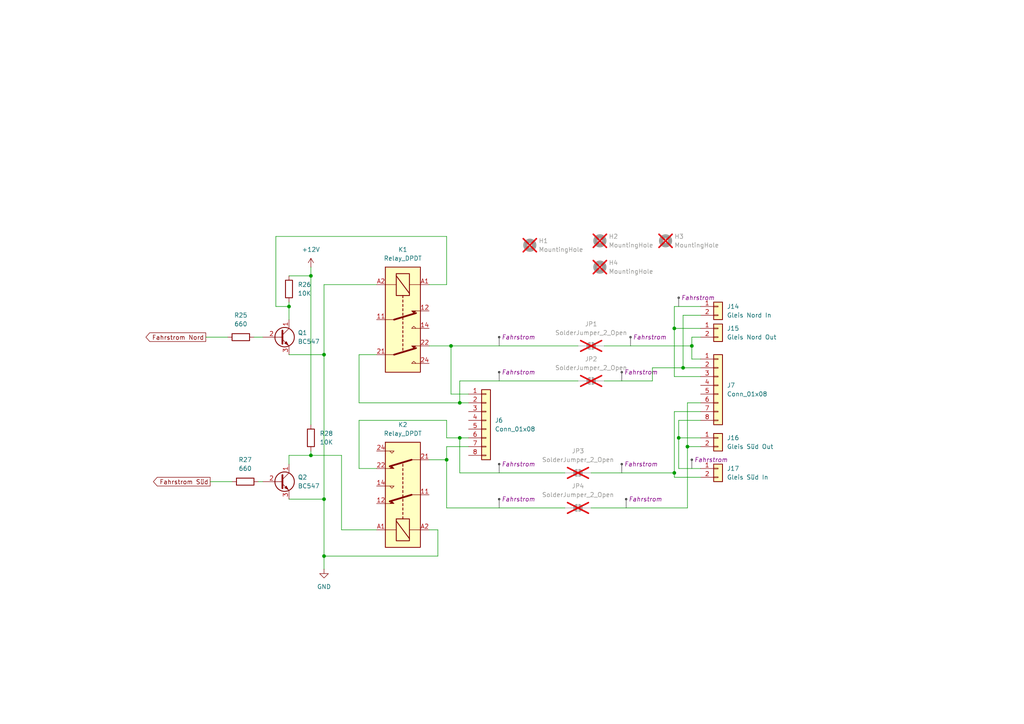
<source format=kicad_sch>
(kicad_sch (version 20231120) (generator "eeschema") (generator_version "8.0")
  (paper "A4")
  (lib_symbols
    (symbol "Connector_Generic:Conn_01x02" (pin_names (offset 1.016) hide)
      (property "Reference" "J" (at 0 2.54 0))
      (property "Value" "Conn_01x02" (at 0 -5.08 0))
      (symbol "Conn_01x02_1_1"
        (rectangle (start -1.27 -2.413) (end 0 -2.667) (stroke (width 0.1524)))
        (rectangle (start -1.27 0.127) (end 0 -0.127) (stroke (width 0.1524)))
        (rectangle (start -1.27 1.27) (end 1.27 -3.81) (stroke (width 0.254)) (fill (type background)))
        (pin passive line (at -5.08 0 0) (length 3.81) (name "Pin_1") (number "1"))
        (pin passive line (at -5.08 -2.54 0) (length 3.81) (name "Pin_2") (number "2"))
      )
    )
    (symbol "Connector_Generic:Conn_01x08" (pin_names (offset 1.016) hide)
      (property "Reference" "J" (at 0 10.16 0))
      (property "Value" "Conn_01x08" (at 0 -12.7 0))
      (symbol "Conn_01x08_1_1"
        (rectangle (start -1.27 -10.033) (end 0 -10.287) (stroke (width 0.1524)))
        (rectangle (start -1.27 -7.493) (end 0 -7.747) (stroke (width 0.1524)))
        (rectangle (start -1.27 -4.953) (end 0 -5.207) (stroke (width 0.1524)))
        (rectangle (start -1.27 -2.413) (end 0 -2.667) (stroke (width 0.1524)))
        (rectangle (start -1.27 0.127) (end 0 -0.127) (stroke (width 0.1524)))
        (rectangle (start -1.27 2.667) (end 0 2.413) (stroke (width 0.1524)))
        (rectangle (start -1.27 5.207) (end 0 4.953) (stroke (width 0.1524)))
        (rectangle (start -1.27 7.747) (end 0 7.493) (stroke (width 0.1524)))
        (rectangle (start -1.27 8.89) (end 1.27 -11.43) (stroke (width 0.254)) (fill (type background)))
        (pin passive line (at -5.08 7.62 0) (length 3.81) (name "Pin_1") (number "1"))
        (pin passive line (at -5.08 5.08 0) (length 3.81) (name "Pin_2") (number "2"))
        (pin passive line (at -5.08 2.54 0) (length 3.81) (name "Pin_3") (number "3"))
        (pin passive line (at -5.08 0 0) (length 3.81) (name "Pin_4") (number "4"))
        (pin passive line (at -5.08 -2.54 0) (length 3.81) (name "Pin_5") (number "5"))
        (pin passive line (at -5.08 -5.08 0) (length 3.81) (name "Pin_6") (number "6"))
        (pin passive line (at -5.08 -7.62 0) (length 3.81) (name "Pin_7") (number "7"))
        (pin passive line (at -5.08 -10.16 0) (length 3.81) (name "Pin_8") (number "8"))
      )
    )
    (symbol "Device:R" (pin_numbers hide) (pin_names (offset 0))
      (property "Reference" "R" (at 2.032 0 90))
      (property "Value" "R" (at 0 0 90))
      (symbol "R_0_1"
        (rectangle (start -1.016 -2.54) (end 1.016 2.54) (stroke (width 0.254)))
      )
      (symbol "R_1_1"
        (pin passive line (at 0 3.81 270) (length 1.27) (name "~") (number "1"))
        (pin passive line (at 0 -3.81 90) (length 1.27) (name "~") (number "2"))
      )
    )
    (symbol "Jumper:SolderJumper_2_Open" (pin_numbers hide) (pin_names (offset 0) hide) (exclude_from_sim yes) (in_bom no)
      (property "Reference" "JP" (at 0 2.032 0))
      (property "Value" "SolderJumper_2_Open" (at 0 -2.54 0))
      (symbol "SolderJumper_2_Open_0_1"
        (arc (start -0.254 1.016) (mid -1.2656 0) (end -0.254 -1.016))
        (arc (start -0.254 1.016) (mid -1.2656 0) (end -0.254 -1.016) (fill (type outline)))
        (polyline (pts (xy -0.254 1.016) (xy -0.254 -1.016)))
        (polyline (pts (xy 0.254 1.016) (xy 0.254 -1.016)))
        (arc (start 0.254 -1.016) (mid 1.2656 0) (end 0.254 1.016))
        (arc (start 0.254 -1.016) (mid 1.2656 0) (end 0.254 1.016) (fill (type outline)))
      )
      (symbol "SolderJumper_2_Open_1_1"
        (pin passive line (at -3.81 0 0) (length 2.54) (name "A") (number "1"))
        (pin passive line (at 3.81 0 180) (length 2.54) (name "B") (number "2"))
      )
    )
    (symbol "Mechanical:MountingHole" (pin_names (offset 1.016)) (exclude_from_sim yes) (in_bom no)
      (property "Reference" "H" (at 0 5.08 0))
      (property "Value" "MountingHole" (at 0 3.175 0))
      (symbol "MountingHole_0_1"
        (circle (center 0 0) (radius 1.27) (stroke (width 1.27)))
      )
    )
    (symbol "Relay:Relay_DPDT"
      (property "Reference" "K" (at 16.51 3.81 0))
      (property "Value" "Relay_DPDT" (at 16.51 1.27 0))
      (symbol "Relay_DPDT_0_1"
        (rectangle (start -15.24 5.08) (end 15.24 -5.08) (stroke (width 0.254)) (fill (type background)))
        (rectangle (start -13.335 1.905) (end -6.985 -1.905) (stroke (width 0.254)))
        (polyline (pts (xy -12.7 -1.905) (xy -7.62 1.905)) (stroke (width 0.254)))
        (polyline (pts (xy -10.16 -5.08) (xy -10.16 -1.905)))
        (polyline (pts (xy -10.16 5.08) (xy -10.16 1.905)))
        (polyline (pts (xy -6.985 0) (xy -6.35 0)) (stroke (width 0.254)))
        (polyline (pts (xy -5.715 0) (xy -5.08 0)) (stroke (width 0.254)))
        (polyline (pts (xy -4.445 0) (xy -3.81 0)) (stroke (width 0.254)))
        (polyline (pts (xy -3.175 0) (xy -2.54 0)) (stroke (width 0.254)))
        (polyline (pts (xy -1.905 0) (xy -1.27 0)) (stroke (width 0.254)))
        (polyline (pts (xy -0.635 0) (xy 0 0)) (stroke (width 0.254)))
        (polyline (pts (xy 0 -2.54) (xy -1.905 3.81)) (stroke (width 0.508)))
        (polyline (pts (xy 0 -2.54) (xy 0 -5.08)))
        (polyline (pts (xy 0.635 0) (xy 1.27 0)) (stroke (width 0.254)))
        (polyline (pts (xy 1.905 0) (xy 2.54 0)) (stroke (width 0.254)))
        (polyline (pts (xy 3.175 0) (xy 3.81 0)) (stroke (width 0.254)))
        (polyline (pts (xy 4.445 0) (xy 5.08 0)) (stroke (width 0.254)))
        (polyline (pts (xy 5.715 0) (xy 6.35 0)) (stroke (width 0.254)))
        (polyline (pts (xy 6.985 0) (xy 7.62 0)) (stroke (width 0.254)))
        (polyline (pts (xy 8.255 0) (xy 8.89 0)) (stroke (width 0.254)))
        (polyline (pts (xy 10.16 -2.54) (xy 8.255 3.81)) (stroke (width 0.508)))
        (polyline (pts (xy 10.16 -2.54) (xy 10.16 -5.08)))
        (polyline (pts (xy -2.54 5.08) (xy -2.54 2.54) (xy -1.905 3.175) (xy -2.54 3.81)) (fill (type outline)))
        (polyline (pts (xy 2.54 5.08) (xy 2.54 2.54) (xy 1.905 3.175) (xy 2.54 3.81)))
        (polyline (pts (xy 7.62 5.08) (xy 7.62 2.54) (xy 8.255 3.175) (xy 7.62 3.81)) (fill (type outline)))
        (polyline (pts (xy 12.7 5.08) (xy 12.7 2.54) (xy 12.065 3.175) (xy 12.7 3.81)))
      )
      (symbol "Relay_DPDT_1_1"
        (pin passive line (at 0 -7.62 90) (length 2.54) (name "~") (number "11"))
        (pin passive line (at -2.54 7.62 270) (length 2.54) (name "~") (number "12"))
        (pin passive line (at 2.54 7.62 270) (length 2.54) (name "~") (number "14"))
        (pin passive line (at 10.16 -7.62 90) (length 2.54) (name "~") (number "21"))
        (pin passive line (at 7.62 7.62 270) (length 2.54) (name "~") (number "22"))
        (pin passive line (at 12.7 7.62 270) (length 2.54) (name "~") (number "24"))
        (pin passive line (at -10.16 7.62 270) (length 2.54) (name "~") (number "A1"))
        (pin passive line (at -10.16 -7.62 90) (length 2.54) (name "~") (number "A2"))
      )
    )
    (symbol "Transistor_BJT:BC547" (pin_names (offset 0) hide)
      (property "Reference" "Q" (at 5.08 1.905 0))
      (property "Value" "BC547" (at 5.08 0 0))
      (symbol "BC547_0_1"
        (polyline (pts (xy 0 0) (xy 0.635 0)))
        (polyline (pts (xy 0.635 0.635) (xy 2.54 2.54)))
        (polyline (pts (xy 0.635 -0.635) (xy 2.54 -2.54) (xy 2.54 -2.54)))
        (polyline (pts (xy 0.635 1.905) (xy 0.635 -1.905) (xy 0.635 -1.905)) (stroke (width 0.508)))
        (polyline (pts (xy 1.27 -1.778) (xy 1.778 -1.27) (xy 2.286 -2.286) (xy 1.27 -1.778) (xy 1.27 -1.778)) (fill (type outline)))
        (circle (center 1.27 0) (radius 2.8194) (stroke (width 0.254)))
      )
      (symbol "BC547_1_1"
        (pin passive line (at 2.54 5.08 270) (length 2.54) (name "C") (number "1"))
        (pin input line (at -5.08 0 0) (length 5.08) (name "B") (number "2"))
        (pin passive line (at 2.54 -5.08 90) (length 2.54) (name "E") (number "3"))
      )
    )
    (symbol "power:+12V" (power) (pin_numbers hide) (pin_names (offset 0) hide)
      (property "Value" "+12V" (at 0 3.556 0))
      (symbol "+12V_0_1"
        (polyline (pts (xy -0.762 1.27) (xy 0 2.54)))
        (polyline (pts (xy 0 0) (xy 0 2.54)))
        (polyline (pts (xy 0 2.54) (xy 0.762 1.27)))
      )
      (symbol "+12V_1_1"
        (pin power_in line (at 0 0 90) (length 0) (name "~") (number "1"))
      )
    )
    (symbol "power:GND" (power) (pin_numbers hide) (pin_names (offset 0) hide)
      (property "Value" "GND" (at 0 -3.81 0))
      (symbol "GND_0_1"
        (polyline (pts (xy 0 0) (xy 0 -1.27) (xy 1.27 -1.27) (xy 0 -2.54) (xy -1.27 -1.27) (xy 0 -1.27)))
      )
      (symbol "GND_1_1"
        (pin power_in line (at 0 0 270) (length 0) (name "~") (number "1"))
      )
    )
  )
  (junction (at 129.54 133.35))
  (junction (at 90.17 80.01))
  (junction (at 199.39 129.54))
  (junction (at 93.98 144.78))
  (junction (at 133.35 127))
  (junction (at 195.58 137.16))
  (junction (at 90.17 132.08))
  (junction (at 83.82 88.9))
  (junction (at 93.98 102.87))
  (junction (at 196.85 127))
  (junction (at 130.81 100.33))
  (junction (at 93.98 161.29))
  (junction (at 133.35 116.84))
  (junction (at 200.66 100.33))
  (junction (at 198.12 106.68))
  (junction (at 195.58 95.25))
  (wire (pts (xy 195.58 119.38) (xy 203.2 119.38)))
  (wire (pts (xy 163.83 147.32) (xy 129.54 147.32)))
  (wire (pts (xy 163.83 137.16) (xy 133.35 137.16)))
  (wire (pts (xy 90.17 80.01) (xy 90.17 123.19)))
  (wire (pts (xy 200.66 100.33) (xy 200.66 97.79)))
  (wire (pts (xy 90.17 77.47) (xy 90.17 80.01)))
  (wire (pts (xy 175.26 110.49) (xy 189.23 110.49)))
  (wire (pts (xy 83.82 132.08) (xy 83.82 134.62)))
  (wire (pts (xy 60.96 139.7) (xy 67.31 139.7)))
  (wire (pts (xy 203.2 138.43) (xy 195.58 138.43)))
  (wire (pts (xy 59.69 97.79) (xy 66.04 97.79)))
  (wire (pts (xy 99.06 153.67) (xy 99.06 132.08)))
  (wire (pts (xy 93.98 144.78) (xy 93.98 161.29)))
  (wire (pts (xy 74.93 139.7) (xy 76.2 139.7)))
  (wire (pts (xy 135.89 114.3) (xy 130.81 114.3)))
  (wire (pts (xy 133.35 127) (xy 135.89 127)))
  (wire (pts (xy 124.46 82.55) (xy 129.54 82.55)))
  (wire (pts (xy 175.26 100.33) (xy 200.66 100.33)))
  (wire (pts (xy 109.22 153.67) (xy 99.06 153.67)))
  (wire (pts (xy 129.54 127) (xy 133.35 127)))
  (wire (pts (xy 93.98 161.29) (xy 127 161.29)))
  (wire (pts (xy 135.89 129.54) (xy 129.54 129.54)))
  (wire (pts (xy 83.82 144.78) (xy 93.98 144.78)))
  (wire (pts (xy 130.81 100.33) (xy 167.64 100.33)))
  (wire (pts (xy 109.22 135.89) (xy 104.14 135.89)))
  (wire (pts (xy 199.39 116.84) (xy 199.39 129.54)))
  (wire (pts (xy 167.64 110.49) (xy 133.35 110.49)))
  (wire (pts (xy 104.14 121.92) (xy 129.54 121.92)))
  (wire (pts (xy 195.58 95.25) (xy 203.2 95.25)))
  (wire (pts (xy 133.35 137.16) (xy 133.35 127)))
  (wire (pts (xy 196.85 127) (xy 196.85 121.92)))
  (wire (pts (xy 195.58 88.9) (xy 203.2 88.9)))
  (wire (pts (xy 129.54 129.54) (xy 129.54 133.35)))
  (wire (pts (xy 124.46 153.67) (xy 127 153.67)))
  (wire (pts (xy 80.01 68.58) (xy 80.01 88.9)))
  (wire (pts (xy 189.23 110.49) (xy 189.23 106.68)))
  (wire (pts (xy 83.82 88.9) (xy 83.82 92.71)))
  (wire (pts (xy 171.45 137.16) (xy 195.58 137.16)))
  (wire (pts (xy 80.01 88.9) (xy 83.82 88.9)))
  (wire (pts (xy 203.2 135.89) (xy 196.85 135.89)))
  (wire (pts (xy 129.54 121.92) (xy 129.54 127)))
  (wire (pts (xy 83.82 102.87) (xy 93.98 102.87)))
  (wire (pts (xy 171.45 147.32) (xy 199.39 147.32)))
  (wire (pts (xy 104.14 116.84) (xy 104.14 102.87)))
  (wire (pts (xy 90.17 130.81) (xy 90.17 132.08)))
  (wire (pts (xy 203.2 109.22) (xy 195.58 109.22)))
  (wire (pts (xy 200.66 97.79) (xy 203.2 97.79)))
  (wire (pts (xy 133.35 116.84) (xy 104.14 116.84)))
  (wire (pts (xy 195.58 138.43) (xy 195.58 137.16)))
  (wire (pts (xy 195.58 109.22) (xy 195.58 95.25)))
  (wire (pts (xy 99.06 132.08) (xy 90.17 132.08)))
  (wire (pts (xy 199.39 129.54) (xy 203.2 129.54)))
  (wire (pts (xy 80.01 68.58) (xy 129.54 68.58)))
  (wire (pts (xy 130.81 100.33) (xy 130.81 114.3)))
  (wire (pts (xy 93.98 161.29) (xy 93.98 165.1)))
  (wire (pts (xy 195.58 88.9) (xy 195.58 95.25)))
  (wire (pts (xy 83.82 132.08) (xy 90.17 132.08)))
  (wire (pts (xy 93.98 82.55) (xy 93.98 102.87)))
  (wire (pts (xy 104.14 135.89) (xy 104.14 121.92)))
  (wire (pts (xy 109.22 82.55) (xy 93.98 82.55)))
  (wire (pts (xy 189.23 106.68) (xy 198.12 106.68)))
  (wire (pts (xy 198.12 91.44) (xy 198.12 106.68)))
  (wire (pts (xy 129.54 147.32) (xy 129.54 133.35)))
  (wire (pts (xy 129.54 133.35) (xy 124.46 133.35)))
  (wire (pts (xy 200.66 104.14) (xy 200.66 100.33)))
  (wire (pts (xy 196.85 121.92) (xy 203.2 121.92)))
  (wire (pts (xy 203.2 91.44) (xy 198.12 91.44)))
  (wire (pts (xy 133.35 110.49) (xy 133.35 116.84)))
  (wire (pts (xy 129.54 82.55) (xy 129.54 68.58)))
  (wire (pts (xy 130.81 100.33) (xy 124.46 100.33)))
  (wire (pts (xy 196.85 127) (xy 203.2 127)))
  (wire (pts (xy 135.89 116.84) (xy 133.35 116.84)))
  (wire (pts (xy 203.2 116.84) (xy 199.39 116.84)))
  (wire (pts (xy 203.2 104.14) (xy 200.66 104.14)))
  (wire (pts (xy 199.39 147.32) (xy 199.39 129.54)))
  (wire (pts (xy 104.14 102.87) (xy 109.22 102.87)))
  (wire (pts (xy 73.66 97.79) (xy 76.2 97.79)))
  (wire (pts (xy 93.98 102.87) (xy 93.98 144.78)))
  (wire (pts (xy 196.85 135.89) (xy 196.85 127)))
  (wire (pts (xy 127 153.67) (xy 127 161.29)))
  (wire (pts (xy 83.82 87.63) (xy 83.82 88.9)))
  (wire (pts (xy 198.12 106.68) (xy 203.2 106.68)))
  (wire (pts (xy 195.58 137.16) (xy 195.58 119.38)))
  (wire (pts (xy 83.82 80.01) (xy 90.17 80.01)))
  (global_label "Fahrstrom Nord" (shape output) (at 59.69 97.79 180) (property "Intersheetrefs" "${INTERSHEET_REFS}" (effects (hide yes))))
  (global_label "Fahrstrom Süd" (shape output) (at 60.96 139.7 180) (property "Intersheetrefs" "${INTERSHEET_REFS}" (effects (hide yes))))
  (netclass_flag "" (length 2.54) (shape dot) (at 144.78 137.16 0) (property "Netclass" "Fahrstrom" (at 145.4785 134.62 0) (effects (font (italic yes)) (justify left))))
  (netclass_flag "" (length 2.54) (shape dot) (at 180.34 110.49 0) (property "Netclass" "Fahrstrom" (at 181.0385 107.95 0) (effects (font (italic yes)) (justify left))))
  (netclass_flag "" (length 2.54) (shape dot) (at 144.78 147.32 0) (property "Netclass" "Fahrstrom" (at 145.4785 144.78 0) (effects (font (italic yes)) (justify left))))
  (netclass_flag "" (length 2.54) (shape dot) (at 144.78 100.33 0) (property "Netclass" "Fahrstrom" (at 145.4785 97.79 0) (effects (font (italic yes)) (justify left))))
  (netclass_flag "" (length 2.54) (shape dot) (at 200.66 135.89 0) (property "Netclass" "Fahrstrom" (at 201.3585 133.35 0) (effects (font (italic yes)) (justify left))))
  (netclass_flag "" (length 2.54) (shape dot) (at 180.34 137.16 0) (property "Netclass" "Fahrstrom" (at 181.0385 134.62 0) (effects (font (italic yes)) (justify left))))
  (netclass_flag "" (length 2.54) (shape dot) (at 182.88 100.33 0) (property "Netclass" "Fahrstrom" (at 183.5785 97.79 0) (effects (font (italic yes)) (justify left))))
  (netclass_flag "" (length 2.54) (shape dot) (at 144.78 110.49 0) (property "Netclass" "Fahrstrom" (at 145.4785 107.95 0) (effects (font (italic yes)) (justify left))))
  (netclass_flag "" (length 2.54) (shape dot) (at 181.61 147.32 0) (property "Netclass" "Fahrstrom" (at 182.3085 144.78 0) (effects (font (italic yes)) (justify left))))
  (netclass_flag "" (length 2.54) (shape dot) (at 196.85 88.9 0) (property "Netclass" "Fahrstrom" (at 197.5485 86.36 0) (effects (font (italic yes)) (justify left))))
  (symbol (lib_id "Relay:Relay_DPDT") (at 116.84 92.71 270) (unit 1)
    (property "Reference" "K1" (at 116.84 72.39 90))
    (property "Value" "Relay_DPDT" (at 116.84 74.93 90))
    (property "Footprint" "Relay_THT:Relay_DPDT_Finder_30.22" (effects (hide yes)))
    (property "Description" "Monostable Relay DPDT, EN50005 " (effects (hide yes)))
    (property "Mouser" "653-G6A234PST15USD12" (effects (hide yes)))
  )
  (symbol (lib_id "Connector_Generic:Conn_01x08") (at 140.97 121.92 0) (unit 1)
    (property "Reference" "J6" (at 143.51 121.9199 0) (effects (justify left)))
    (property "Value" "Conn_01x08" (at 143.51 124.4599 0) (effects (justify left)))
    (property "Footprint" "Connector_PinSocket_2.54mm:PinSocket_1x08_P2.54mm_Vertical" (effects (hide yes)))
    (property "Description" "Generic connector, single row, 01x08, script generated (kicad-library-utils/schlib/autogen/connector/)" (effects (hide yes)))
    (property "Mouser" "571-3-641215-8" (effects (hide yes)))
  )
  (symbol (lib_id "Jumper:SolderJumper_2_Open") (at 171.45 100.33 0) (unit 1) (exclude_from_sim yes) (in_bom no) (dnp yes)
    (property "Reference" "JP1" (at 171.45 93.98 0))
    (property "Value" "SolderJumper_2_Open" (at 171.45 96.52 0))
    (property "Footprint" "Jumper:SolderJumper-2_P1.3mm_Open_TrianglePad1.0x1.5mm" (effects (hide yes)))
    (property "Description" "Solder Jumper, 2-pole, open" (effects (hide yes)))
  )
  (symbol (lib_id "Transistor_BJT:BC547") (at 81.28 97.79 0) (unit 1)
    (property "Reference" "Q1" (at 86.36 96.5199 0) (effects (justify left)))
    (property "Value" "BC547" (at 86.36 99.0599 0) (effects (justify left)))
    (property "Footprint" "Package_TO_SOT_THT:TO-92_Inline" (effects (hide yes)))
    (property "Datasheet" "https://www.onsemi.com/pub/Collateral/BC550-D.pdf" (effects (hide yes)))
    (property "Description" "0.1A Ic, 45V Vce, Small Signal NPN Transistor, TO-92" (effects (hide yes)))
    (property "Mouser" "637-BC547C" (effects (hide yes)))
  )
  (symbol (lib_id "Mechanical:MountingHole") (at 173.99 77.47 0) (unit 1) (exclude_from_sim yes) (in_bom no) (dnp yes)
    (property "Reference" "H4" (at 176.53 76.1999 0) (effects (justify left)))
    (property "Value" "MountingHole" (at 176.53 78.7399 0) (effects (justify left)))
    (property "Footprint" "MountingHole:MountingHole_4.3mm_M4" (effects (hide yes)))
    (property "Description" "Mounting Hole without connection" (effects (hide yes)))
  )
  (symbol (lib_id "Mechanical:MountingHole") (at 153.67 71.12 0) (unit 1) (exclude_from_sim yes) (in_bom no) (dnp yes)
    (property "Reference" "H1" (at 156.21 69.8499 0) (effects (justify left)))
    (property "Value" "MountingHole" (at 156.21 72.3899 0) (effects (justify left)))
    (property "Footprint" "MountingHole:MountingHole_4.3mm_M4" (effects (hide yes)))
    (property "Description" "Mounting Hole without connection" (effects (hide yes)))
  )
  (symbol (lib_id "Connector_Generic:Conn_01x02") (at 208.28 95.25 0) (unit 1)
    (property "Reference" "J15" (at 210.82 95.2499 0) (effects (justify left)))
    (property "Value" "Gleis Nord Out" (at 210.82 97.7899 0) (effects (justify left)))
    (property "Footprint" "Connector_PinSocket_2.54mm:PinSocket_1x02_P2.54mm_Vertical" (effects (hide yes)))
    (property "Description" "Generic connector, single row, 01x02, script generated (kicad-library-utils/schlib/autogen/connector/)" (effects (hide yes)))
    (property "Mouser" "571-6445182" (effects (hide yes)))
  )
  (symbol (lib_id "Connector_Generic:Conn_01x02") (at 208.28 127 0) (unit 1)
    (property "Reference" "J16" (at 210.82 126.9999 0) (effects (justify left)))
    (property "Value" "Gleis Süd Out" (at 210.82 129.5399 0) (effects (justify left)))
    (property "Footprint" "Connector_PinSocket_2.54mm:PinSocket_1x02_P2.54mm_Vertical" (effects (hide yes)))
    (property "Description" "Generic connector, single row, 01x02, script generated (kicad-library-utils/schlib/autogen/connector/)" (effects (hide yes)))
    (property "Mouser" "571-6445182" (effects (hide yes)))
  )
  (symbol (lib_id "Connector_Generic:Conn_01x08") (at 208.28 111.76 0) (unit 1)
    (property "Reference" "J7" (at 210.82 111.7599 0) (effects (justify left)))
    (property "Value" "Conn_01x08" (at 210.82 114.2999 0) (effects (justify left)))
    (property "Footprint" "Connector_PinSocket_2.54mm:PinSocket_1x08_P2.54mm_Vertical" (effects (hide yes)))
    (property "Description" "Generic connector, single row, 01x08, script generated (kicad-library-utils/schlib/autogen/connector/)" (effects (hide yes)))
    (property "Mouser" "571-3-641215-8" (effects (hide yes)))
  )
  (symbol (lib_id "Mechanical:MountingHole") (at 173.99 69.85 0) (unit 1) (exclude_from_sim yes) (in_bom no) (dnp yes)
    (property "Reference" "H2" (at 176.53 68.5799 0) (effects (justify left)))
    (property "Value" "MountingHole" (at 176.53 71.1199 0) (effects (justify left)))
    (property "Footprint" "MountingHole:MountingHole_4.3mm_M4" (effects (hide yes)))
    (property "Description" "Mounting Hole without connection" (effects (hide yes)))
  )
  (symbol (lib_id "Device:R") (at 90.17 127 0) (unit 1)
    (property "Reference" "R28" (at 92.71 125.7299 0) (effects (justify left)))
    (property "Value" "10K" (at 92.71 128.2699 0) (effects (justify left)))
    (property "Footprint" "Resistor_SMD:R_0805_2012Metric_Pad1.20x1.40mm_HandSolder" (effects (hide yes)))
    (property "Description" "Resistor" (effects (hide yes)))
    (property "Mouser" "594-MCU08050D1002BP1" (effects (hide yes)))
  )
  (symbol (lib_id "Connector_Generic:Conn_01x02") (at 208.28 135.89 0) (unit 1)
    (property "Reference" "J17" (at 210.82 135.8899 0) (effects (justify left)))
    (property "Value" "Gleis Süd In" (at 210.82 138.4299 0) (effects (justify left)))
    (property "Footprint" "Connector_PinSocket_2.54mm:PinSocket_1x02_P2.54mm_Vertical" (effects (hide yes)))
    (property "Description" "Generic connector, single row, 01x02, script generated (kicad-library-utils/schlib/autogen/connector/)" (effects (hide yes)))
    (property "Mouser" "571-6445182" (effects (hide yes)))
  )
  (symbol (lib_id "Mechanical:MountingHole") (at 193.04 69.85 0) (unit 1) (exclude_from_sim yes) (in_bom no) (dnp yes)
    (property "Reference" "H3" (at 195.58 68.5799 0) (effects (justify left)))
    (property "Value" "MountingHole" (at 195.58 71.1199 0) (effects (justify left)))
    (property "Footprint" "MountingHole:MountingHole_4.3mm_M4" (effects (hide yes)))
    (property "Description" "Mounting Hole without connection" (effects (hide yes)))
  )
  (symbol (lib_id "Jumper:SolderJumper_2_Open") (at 167.64 137.16 0) (unit 1) (exclude_from_sim yes) (in_bom no) (dnp yes)
    (property "Reference" "JP3" (at 167.64 130.81 0))
    (property "Value" "SolderJumper_2_Open" (at 167.64 133.35 0))
    (property "Footprint" "Jumper:SolderJumper-2_P1.3mm_Open_TrianglePad1.0x1.5mm" (effects (hide yes)))
    (property "Description" "Solder Jumper, 2-pole, open" (effects (hide yes)))
  )
  (symbol (lib_id "Device:R") (at 69.85 97.79 270) (unit 1)
    (property "Reference" "R25" (at 69.85 91.44 90))
    (property "Value" "660" (at 69.85 93.98 90))
    (property "Footprint" "Resistor_SMD:R_0805_2012Metric_Pad1.20x1.40mm_HandSolder" (effects (hide yes)))
    (property "Description" "Resistor" (effects (hide yes)))
    (property "Mouser" "667-ERA-6AEB681V" (effects (hide yes)))
  )
  (symbol (lib_id "Device:R") (at 71.12 139.7 270) (unit 1)
    (property "Reference" "R27" (at 71.12 133.35 90))
    (property "Value" "660" (at 71.12 135.89 90))
    (property "Footprint" "Resistor_SMD:R_0805_2012Metric_Pad1.20x1.40mm_HandSolder" (effects (hide yes)))
    (property "Description" "Resistor" (effects (hide yes)))
    (property "Mouser" "667-ERA-6AEB681V" (effects (hide yes)))
  )
  (symbol (lib_id "power:GND") (at 93.98 165.1 0) (unit 1)
    (property "Reference" "#PWR016" (effects (hide yes)))
    (property "Value" "GND" (at 93.98 170.18 0))
    (property "Description" "Power symbol creates a global label with name \"GND\" , ground" (effects (hide yes)))
  )
  (symbol (lib_id "power:+12V") (at 90.17 77.47 0) (unit 1)
    (property "Reference" "#PWR010" (effects (hide yes)))
    (property "Value" "+12V" (at 90.17 72.39 0))
    (property "Description" "Power symbol creates a global label with name \"+12V\"" (effects (hide yes)))
  )
  (symbol (lib_id "Device:R") (at 83.82 83.82 0) (unit 1)
    (property "Reference" "R26" (at 86.36 82.5499 0) (effects (justify left)))
    (property "Value" "10K" (at 86.36 85.0899 0) (effects (justify left)))
    (property "Footprint" "Resistor_SMD:R_0805_2012Metric_Pad1.20x1.40mm_HandSolder" (effects (hide yes)))
    (property "Description" "Resistor" (effects (hide yes)))
    (property "Mouser" "594-MCU08050D1002BP1" (effects (hide yes)))
  )
  (symbol (lib_id "Jumper:SolderJumper_2_Open") (at 171.45 110.49 0) (unit 1) (exclude_from_sim yes) (in_bom no) (dnp yes)
    (property "Reference" "JP2" (at 171.45 104.14 0))
    (property "Value" "SolderJumper_2_Open" (at 171.45 106.68 0))
    (property "Footprint" "Jumper:SolderJumper-2_P1.3mm_Open_TrianglePad1.0x1.5mm" (effects (hide yes)))
    (property "Description" "Solder Jumper, 2-pole, open" (effects (hide yes)))
  )
  (symbol (lib_id "Jumper:SolderJumper_2_Open") (at 167.64 147.32 0) (unit 1) (exclude_from_sim yes) (in_bom no) (dnp yes)
    (property "Reference" "JP4" (at 167.64 140.97 0))
    (property "Value" "SolderJumper_2_Open" (at 167.64 143.51 0))
    (property "Footprint" "Jumper:SolderJumper-2_P1.3mm_Open_TrianglePad1.0x1.5mm" (effects (hide yes)))
    (property "Description" "Solder Jumper, 2-pole, open" (effects (hide yes)))
  )
  (symbol (lib_id "Relay:Relay_DPDT") (at 116.84 143.51 90) (unit 1)
    (property "Reference" "K2" (at 116.84 123.19 90))
    (property "Value" "Relay_DPDT" (at 116.84 125.73 90))
    (property "Footprint" "Relay_THT:Relay_DPDT_Finder_30.22" (effects (hide yes)))
    (property "Description" "Monostable Relay DPDT, EN50005 " (effects (hide yes)))
    (property "Mouser" "653-G6A234PST15USD12" (effects (hide yes)))
  )
  (symbol (lib_id "Transistor_BJT:BC547") (at 81.28 139.7 0) (unit 1)
    (property "Reference" "Q2" (at 86.36 138.4299 0) (effects (justify left)))
    (property "Value" "BC547" (at 86.36 140.9699 0) (effects (justify left)))
    (property "Footprint" "Package_TO_SOT_THT:TO-92_Inline" (effects (hide yes)))
    (property "Datasheet" "https://www.onsemi.com/pub/Collateral/BC550-D.pdf" (effects (hide yes)))
    (property "Description" "0.1A Ic, 45V Vce, Small Signal NPN Transistor, TO-92" (effects (hide yes)))
    (property "Mouser" "637-BC547C" (effects (hide yes)))
  )
  (symbol (lib_id "Connector_Generic:Conn_01x02") (at 208.28 88.9 0) (unit 1)
    (property "Reference" "J14" (at 210.82 88.8999 0) (effects (justify left)))
    (property "Value" "Gleis Nord In" (at 210.82 91.4399 0) (effects (justify left)))
    (property "Footprint" "Connector_PinSocket_2.54mm:PinSocket_1x02_P2.54mm_Vertical" (effects (hide yes)))
    (property "Description" "Generic connector, single row, 01x02, script generated (kicad-library-utils/schlib/autogen/connector/)" (effects (hide yes)))
    (property "Mouser" "571-6445182" (effects (hide yes)))
  )
)
</source>
